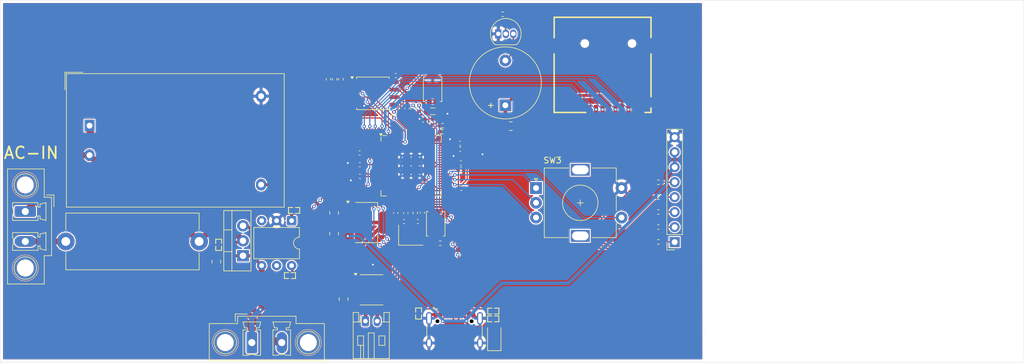
<source format=kicad_pcb>
(kicad_pcb (version 20241229) (generator "pcbnew") (generator_version "9.0")
  (layers (0 "F.Cu" signal) (2 "B.Cu" signal) (13 "F.Paste" user) (15 "B.Paste" user) (5 "F.SilkS" user "F.Silkscreen") (7 "B.SilkS" user "B.Silkscreen") (1 "F.Mask" user) (3 "B.Mask" user) (25 "Edge.Cuts" user))
  (net 0 "")
  (net 1 "GND")
  (net 2 "/01")
  (net 3 "+3V3")
  (net 4 "/XIN")
  (net 5 "+1V1")
  (net 6 "/VREG_AVDD")
  (net 7 "Net-(BZ1--)")
  (net 8 "Net-(C13-Pad1)")
  (net 9 "VBUS")
  (net 10 "Net-(D1-A)")
  (net 11 "Net-(J5-Pin_1)")
  (net 12 "Net-(C22-Pad1)")
  (net 13 "/USB_D-")
  (net 14 "/USB_D+")
  (net 15 "AC")
  (net 16 "Net-(J9-Pin_2)")
  (net 17 "/VREG_LX")
  (net 18 "/FLASH_SS")
  (net 19 "/XOUT")
  (net 20 "Net-(J2-Pin_2)")
  (net 21 "/QSPI_SS")
  (net 22 "/~{USB_BOOT}")
  (net 23 "Net-(J2-Pin_1)")
  (net 24 "Net-(J4-Pin_4)")
  (net 25 "/GPIO0")
  (net 26 "Net-(J4-Pin_2)")
  (net 27 "/RUN")
  (net 28 "Net-(J4-Pin_1)")
  (net 29 "Net-(J4-Pin_5)")
  (net 30 "/QSPI_SD1")
  (net 31 "Net-(J4-Pin_3)")
  (net 32 "NEUT")
  (net 33 "Net-(Q1-B)")
  (net 34 "/QSPI_SCLK")
  (net 35 "Net-(Q2-G)")
  (net 36 "Net-(R1-Pad1)")
  (net 37 "/GPIO20")
  (net 38 "Net-(U1-USB_DP)")
  (net 39 "/GPIO23")
  (net 40 "/GPIO18")
  (net 41 "Net-(U1-USB_DM)")
  (net 42 "Net-(R14-Pad2)")
  (net 43 "Net-(R15-Pad1)")
  (net 44 "/QSPI_SD2")
  (net 48 "/GPIO27")
  (net 49 "/GPIO16")
  (net 50 "/GPIO26")
  (net 51 "/QSPI_SD3")
  (net 52 "/GPIO22")
  (net 53 "/GPIO19")
  (net 54 "/GPIO17")
  (net 55 "/GPIO25")
  (net 56 "/QSPI_SD0")
  (net 57 "/GPIO21")
  (net 58 "/05")
  (net 59 "/aSCL")
  (net 62 "Net-(J1-CC2)")
  (net 63 "Net-(J1-CC1)")
  (net 64 "/aSDA")
  (net 65 "/GPIO13")
  (net 66 "/GPIO10")
  (net 67 "/GPIO11")
  (net 68 "/GPIO12")
  (net 72 "/GPIO44_ADC4")
  (net 73 "/GPIO45_ADC5")
  (net 74 "/GPIO8")
  (net 75 "/GPIO43_ADC3")
  (net 76 "/GPIO14")
  (net 77 "/04")
  (net 78 "/GPIO36")
  (net 79 "/GPIO46_ADC6")
  (net 80 "/03")
  (net 81 "/GPIO41_ADC1")
  (net 82 "/02")
  (net 83 "/GPIO47_ADC7")
  (net 84 "/GPIO35")
  (net 85 "/GPIO42_ADC2")
  (net 86 "/GPIO7")
  (net 87 "/GPIO5")
  (net 88 "/GPIO38")
  (net 89 "/GPIO2")
  (net 90 "/GPIO3")
  (net 91 "/GPIO4 ")
  (net 92 "/GPIO6")
  (net 93 "/GPIO24")
  (net 94 "/GPIO9")
  (net 95 "/GPIO1")
  (net 96 "/GPIO40_ADC0")
  (net 97 "/GPIO15")
  (net 98 "/GPIO37")
  (net 99 "/SWD")
  (net 100 "/SWCLK")
  (net 101 "/GPIO39")
  (footprint "Capacitor_SMD:C_0402_1005Metric" (layer "F.Cu") (at 127.525 91.4751)
    (property "Reference" "C7" (hide yes))
    (property "Value" "100n" (hide yes))
  )
  (footprint "Capacitor_SMD:C_0402_1005Metric" (layer "F.Cu") (at 118.135 95.6801 -90)
    (property "Reference" "C16" (hide yes))
    (property "Value" "100n" (hide yes))
  )
  (footprint "SDCARD:TF-SMD_TF-115" (layer "F.Cu") (at 151.5249 72.7501 180)
    (property "Reference" "Card1" (hide yes))
    (property "Value" "TF-115" (hide yes))
  )
  (footprint "Package_TO_SOT_THT:TO-220-3_Vertical" (layer "F.Cu") (at 90.5336 102.9251 90)
    (property "Reference" "Q2" (hide yes))
    (property "Value" "BTA16-600B" (hide yes))
  )
  (footprint "Capacitor_SMD:C_0402_1005Metric" (layer "F.Cu") (at 110.295 85.5001 180)
    (property "Reference" "C10" (hide yes))
    (property "Value" "100n" (hide yes))
  )
  (footprint "0402:R0402" (layer "F.Cu") (at 132.9578 112.3001)
    (property "Reference" "R5" (hide yes))
    (property "Value" "RC0402FR-075K1L (5.1kΩ)" (hide yes))
  )
  (footprint "Connector_PinSocket_2.54mm:PinSocket_1x08_P2.54mm_Vertical" (layer "F.Cu") (at 163.7 100.6051 180)
    (property "Reference" "J4" (hide yes))
    (property "Value" "Conn_01x08_Pin (TFT Connector)" (hide yes))
  )
  (footprint "Resistor_SMD:R_0402_1005Metric" (layer "F.Cu") (at 124.37 80.8751 180)
    (property "Reference" "R2" (hide yes))
    (property "Value" "33" (hide yes))
  )
  (footprint "Resistor_SMD:R_0402_1005Metric" (layer "F.Cu") (at 134.55 62.0001 180)
    (property "Reference" "R13" (hide yes))
    (property "Value" "1k" (hide yes))
  )
  (footprint "Capacitor_SMD:C_0805_2012Metric" (layer "F.Cu") (at 105.975 99.1751 90)
    (property "Reference" "C14" (hide yes))
    (property "Value" "10u" (hide yes))
  )
  (footprint "Package_DIP:DIP-6_W7.62mm" (layer "F.Cu") (at 98.7736 96.9701 -90)
    (property "Reference" "U4" (hide yes))
    (property "Value" "MOC3021M" (hide yes))
  )
  (footprint "Capacitor_SMD:C_0402_1005Metric" (layer "F.Cu") (at 118.35 77.9551 90)
    (property "Reference" "C8" (hide yes))
    (property "Value" "100n" (hide yes))
  )
  (footprint "Resistor_SMD:R_0402_1005Metric" (layer "F.Cu") (at 123.965 100.8001)
    (property "Reference" "R1" (hide yes))
    (property "Value" "1k" (hide yes))
  )
  (footprint "Resistor_SMD:R_0402_1005Metric" (layer "F.Cu") (at 116.135 79.0601 90)
    (property "Reference" "R3" (hide yes))
    (property "Value" "1k" (hide yes))
  )
  (footprint "Fuse:Fuseholder_Cylinder-5x20mm_Stelvio-Kontek_PTF78_Horizontal_Open" (layer "F.Cu") (at 83.1 100.5001 180)
    (property "Reference" "F1" (hide yes))
    (property "Value" "Fuse" (hide yes))
  )
  (footprint "Package_TO_SOT_SMD:SOT-223-3_TabPin2" (layer "F.Cu") (at 111.45 97.3001)
    (property "Reference" "U2" (hide yes))
    (property "Value" "NCP1117-3.3_SOT223" (hide yes))
  )
  (footprint "Connector_JST:JST_PH_S2B-PH-K_1x02_P2.00mm_Horizontal" (layer "F.Cu") (at 111.275 114.0001)
    (property "Reference" "J2" (hide yes))
    (property "Value" "Conn_01x02_Pin (Thermocouple)" (hide yes))
  )
  (footprint "Resistor_SMD:R_0402_1005Metric" (layer "F.Cu") (at 160.94 95.5051)
    (property "Reference" "R19" (hide yes))
    (property "Value" "1k" (hide yes))
  )
  (footprint "Capacitor_SMD:C_0402_1005Metric" (layer "F.Cu") (at 110.345 89.4751 180)
    (property "Reference" "C9" (hide yes))
    (property "Value" "100n" (hide yes))
  )
  (footprint "Resistor_SMD:R_0402_1005Metric" (layer "F.Cu") (at 119.725 95.6601 -90)
    (property "Reference" "R12" (hide yes))
    (property "Value" "1k" (hide yes))
  )
  (footprint "Inductor_SMD:L_0805_2012Metric" (layer "F.Cu") (at 122.7125 78.4351)
    (property "Reference" "L1" (hide yes))
    (property "Value" "3.3u" (hide yes))
  )
  (footprint "Buzzer_Beeper:Buzzer_12x9.5RM7.6" (layer "F.Cu") (at 135 77.4251 90)
    (property "Reference" "BZ1" (hide yes))
    (property "Value" "Buzzer" (hide yes))
  )
  (footprint "Connector_Phoenix_MC_HighVoltage:PhoenixContact_MCV_1,5_2-GF-5.08_1x02_P5.08mm_Vertical_ThreadedFlange_MountHole" (layer "F.Cu") (at 92.03 117.6376)
    (property "Reference" "J5" (hide yes))
    (property "Value" "Conn_01x02_Pin (Hot Plate Output)" (hide yes))
  )
  (footprint "Capacitor_SMD:C_0402_1005Metric" (layer "F.Cu") (at 110.345 87.4751 180)
    (property "Reference" "C3" (hide yes))
    (property "Value" "100n" (hide yes))
  )
  (footprint "Capacitor_SMD:C_0402_1005Metric" (layer "F.Cu") (at 117.805 97.1251 180)
    (property "Reference" "C12" (hide yes))
    (property "Value" "15p" (hide yes))
  )
  (footprint "Package_SO:SOIC-8_3.9x4.9mm_P1.27mm" (layer "F.Cu") (at 112.325 108.7001)
    (property "Reference" "U5" (hide yes))
    (property "Value" "MAX31855EASA" (hide yes))
  )
  (footprint "0402:R0402" (layer "F.Cu") (at 132.9476 113.6119)
    (property "Reference" "R6" (hide yes))
    (property "Value" "RC0402FR-13220RL (220Ω)" (hide yes))
  )
  (footprint "Capacitor_SMD:C_0805_2012Metric" (layer "F.Cu") (at 107.575 110.2751 90)
    (property "Reference" "C23" (hide yes))
    (property "Value" "100nF" (hide yes))
  )
  (footprint "0402:R0402" (layer "F.Cu") (at 86.4086 101.0673 -90)
    (property "Reference" "R16" (hide yes))
    (property "Value" "100Ω" (hide yes))
  )
  (footprint "Resistor_SMD:R_0402_1005Metric" (layer "F.Cu") (at 120.375 77.9351 -90)
    (property "Reference" "R8" (hide yes))
    (property "Value" "27" (hide yes))
  )
  (footprint "Resistor_SMD:R_0402_1005Metric" (layer "F.Cu") (at 107.1225 73.0051 90)
    (property "Reference" "R10" (hide yes))
    (property "Value" "0" (hide yes))
  )
  (footprint "Resistor_SMD:R_0402_1005Metric" (layer "F.Cu") (at 105.0225 73.0101 -90)
    (property "Reference" "R11" (hide yes))
    (property "Value" "DNF" (hide yes))
  )
  (footprint "Resistor_SMD:R_0402_1005Metric" (layer "F.Cu") (at 119.375 77.9401 -90)
    (property "Reference" "R7" (hide yes))
    (property "Value" "27" (hide yes))
  )
  (footprint "Capacitor_SMD:C_0805_2012Metric" (layer "F.Cu") (at 135.925 80.9501)
    (property "Reference" "C21" (hide yes))
    (property "Value" "10u" (hide yes))
  )
  (footprint "Rotary_Encoder:RotaryEncoder_Alps_EC11E-Switch_Vertical_H20mm" (layer "F.Cu") (at 140.2 91.45)
    (property "Reference" "SW3")
    (property "Value" "RotaryEncoder_Switch")
  )
  (footprint "Button_Switch_SMD:SW_Push_SPST_NO_Alps_SKRK" (layer "F.Cu") (at 122.675 74.7101 90)
    (property "Reference" "SW1" (hide yes))
    (property "Value" "SKRKAGE020" (hide yes))
  )
  (footprint "Capacitor_SMD:C_0402_1005Metric" (layer "F.Cu") (at 127.35 84.8501)
    (property "Reference" "C15" (hide yes))
    (property "Value" "100n" (hide yes))
  )
  (footprint "0402:R0402" (layer "F.Cu") (at 98.4958 106.2876 180)
    (property "Reference" "R15" (hide yes))
    (property "Value" "330Ω" (hide yes))
  )
  (footprint "Crystal:Crystal_SMD_3225-4Pin_3.2x2.5mm" (layer "F.Cu") (at 118.975 99.4251)
    (property "Reference" "Y1" (hide yes))
    (property "Value" "ABM8-272-T3" (hide yes))
  )
  (footprint "0402:R0402" (layer "F.Cu") (at 99.1958 95.2376 180)
    (property "Reference" "R14" (hide yes))
    (property "Value" "330Ω" (hide yes))
  )
  (footprint "Capacitor_SMD:C_0805_2012Metric" (layer "F.Cu") (at 86.0164 103.9251 -90)
    (property "Reference" "C22" (hide yes))
    (property "Value" "100nF" (hide yes))
  )
  (footprint "Capacitor_SMD:C_0402_1005Metric" (layer "F.Cu") (at 121.425 80.2701 90)
    (property "Reference" "C2" (hide yes))
    (property "Value" "4.7u" (hide yes))
  )
  (footprint "LED_SMD:LED_1206_3216Metric" (layer "F.Cu") (at 133.125 116.7251 90)
    (property "Reference" "D1" (hide yes))
    (property "Value" "LTST-C150RKT" (hide yes))
  )
  (footprint "Capacitor_SMD:C_0402_1005Metric" (layer "F.Cu") (at 127.35 83.8751)
    (property "Reference" "C19" (hide yes))
    (property "Value" "100n" (hide yes))
  )
  (footprint "Package_TO_SOT_THT:TO-92_Inline" (layer "F.Cu") (at 133.805 65.3101)
    (property "Reference" "Q1" (hide yes))
    (property "Value" "2N3904" (hide yes))
  )
  (footprint "Capacitor_SMD:C_0402_1005Metric" (layer "F.Cu") (at 120.155 97.1251)
    (property "Reference" "C13" (hide yes))
    (property "Value" "15p" (hide yes))
  )
  (footprint "Converter_ACDC:Converter_ACDC_Hi-Link_HLK-PMxx" (layer "F.Cu") (at 64.525 80.8751)
    (property "Reference" "PS1" (hide yes))
    (property "Value" "HLK-PM01" (hide yes))
  )
  (footprint "Resistor_SMD:R_0402_1005Metric" (layer "F.Cu") (at 160.94 98.0551)
    (property "Reference" "R18" (hide yes))
    (property "Value" "1k" (hide yes))
  )
  (footprint "Capacitor_SMD:C_0402_1005Metric" (layer "F.Cu") (at 127.475 87.2001)
    (property "Reference" "C6" (hide yes))
    (property "Value" "100n" (hide yes))
  )
  (footprint "Capacitor_SMD:C_0402_1005Metric" (layer "F.Cu") (at 116.4275 72.3951)
    (property "Reference" "C20" (hide yes))
    (property "Value" "100n" (hide yes))
  )
  (footprint "Capacitor_SMD:C_0402_1005Metric" (layer "F.Cu") (at 120.925 95.6301 -90)
    (property "Reference" "C5" (hide yes))
    (property "Value" "4.7u" (hide yes))
  )
  (footprint "Capacitor_SMD:C_0402_1005Metric" (layer "F.Cu") (at 127.475 88.2501)
    (property "Reference" "C17" (hide yes))
    (property "Value" "100n" (hide yes))
  )
  (footprint "Resistor_SMD:R_0402_1005Metric" (layer "F.Cu") (at 160.96 92.9801)
    (property "Reference" "R20" (hide yes))
    (property "Value" "1k" (hide yes))
  )
  (footprint "Connector_USB:USB_C_Receptacle_HCTL_HC-TYPE-C-16P-01A" (layer "F.Cu") (at 126.385 116.6301)
    (property "Reference" "J1" (hide yes))
    (property "Value" "USB_C_Receptacle_USB2.0_16P" (hide yes))
  )
  (footprint "0402:R0402" (layer "F.Cu") (at 120.3 112.7079 -90)
    (property "Reference" "R4" (hide yes))
    (property "Value" "RC0402FR-075K1L (5.1kΩ)" (hide yes))
  )
  (footprint "Package_DFN_QFN:QFN-80-1EP_10x10mm_P0.4mm_EP3.4x3.4mm_ThermalVias" (layer "F.Cu") (at 119.025 87.6751)
    (property "Reference" "U1" (hide yes))
    (property "Value" "RP2350_80QFN" (hide yes))
  )
  (footprint "Connector_Phoenix_MC_HighVoltage:PhoenixContact_MCV_1,5_2-GF-5.08_1x02_P5.08mm_Vertical_ThreadedFlange_MountHole" (layer "F.Cu") (at 53.6375 95.4201 -90)
    (property "Reference" "J9" (hide yes))
    (property "Value" "Conn_01x02_Pin (AC Input)" (hide yes))
  )
  (footprint "Button_Switch_SMD:SW_Push_SPST_NO_Alps_SKRK" (layer "F.Cu") (at 123.2 97.5001 90)
    (property "Reference" "SW2" (hide yes))
    (property "Value" "SKRKAGE020" (hide yes))
  )
  (footprint "Capacitor_SMD:C_0805_2012Metric" (layer "F.Cu") (at 105.975 95.6501 90)
    (property "Reference" "C18" (hide yes))
    (property "Value" "10u" (hide yes))
  )
  (footprint "Package_SO:SOIC-8_5.3x5.3mm_P1.27mm" (layer "F.Cu") (at 112.56 75.4001)
    (property "Reference" "U3" (hide yes))
    (property "Value" "W25Q128JVS" (hide yes))
  )
  (footprint "Capacitor_SMD:C_0402_1005Metric" (layer "F.Cu") (at 116.425 95.6751 -90)
    (property "Reference" "C11" (hide yes))
    (property "Value" "100n" (hide yes))
  )
  (footprint "Capacitor_SMD:C_0402_1005Metric" (layer "F.Cu") (at 122.66 80.2701 90)
    (property "Reference" "C1" (hide yes))
    (property "Value" "4.7u" (hide yes))
  )
  (footprint "Resistor_SMD:R_0402_1005Metric" (layer "F.Cu") (at 160.94 100.5801)
    (property "Reference" "R17" (hide yes))
    (property "Value" "1k" (hide yes))
  )
  (footprint "Resistor_SMD:R_0402_1005Metric" (layer "F.Cu") (at 106.0725 73.0101 90)
    (property "Reference" "R9" (hide yes))
    (property "Value" "DNF" (hide yes))
  )
  (footprint "Capacitor_SMD:C_0402_1005Metric" (layer "F.Cu") (at 124.34 81.9001)
    (property "Reference" "C4" (hide yes))
    (property "Value" "4.7u" (hide yes))
  )
  (footprint "Resistor_SMD:R_0402_1005Metric" (layer "F.Cu") (at 160.94 90.4551)
    (property "Reference" "R21" (hide yes))
    (property "Value" "1k" (hide yes))
  )
  (gr_rect (start 49.375 59.6) (end 222.9 120.975) (stroke (width 0.05)) (fill no) (layer "Edge.Cuts"))
  (gr_text "AC-IN" (at 49.825 86.65 0) (layer "F.SilkS") (effects (font (size 2 2) (thickness 0.3)) (justify left bottom)))
  (segment (start 127.955 87.2001) (end 126.7799 86.025) (width 0.2) (layer "F.Cu") (net 1))
  (segment (start 124.025 83.45) (end 124.82 82.655) (width 0.2) (layer "F.Cu") (net 1))
  (segment (start 125.2 79.325) (end 124.851 79.674) (width 0.2) (layer "F.Cu") (net 1))
  (segment (start 130.705 113.5251) (end 130.225 113.5251) (width 0.4) (layer "F.Cu") (net 1))
  (segment (start 124.82 82.655) (end 124.82 81.9001) (width 0.2) (layer "F.Cu") (net 1))
  (segment (start 120.635 97.1251) (end 120.635 97.0801) (width 0.2) (layer "F.Cu") (net 1))
  (segment (start 122.7761 79.674) (end 122.66 79.7901) (width 0.2) (layer "F.Cu") (net 1))
  (segment (start 122.5509 83.45) (end 124.025 83.45) (width 0.2) (layer "F.Cu") (net 1))
  (segment (start 125.2 78.85) (end 125.2 79.325) (width 0.2) (layer "F.Cu") (net 1))
  (segment (start 126.7799 86.025) (end 126.225 86.025) (width 0.2) (layer "F.Cu") (net 1))
  (segment (start 122.425 83.3241) (end 122.5509 83.45) (width 0.2) (layer "F.Cu") (net 1))
  (segment (start 124.851 79.674) (end 122.7761 79.674) (width 0.2) (layer "F.Cu") (net 1))
  (segment (start 130.225 113.5251) (end 129.585 112.8851) (width 0.4) (layer "F.Cu") (net 1))
  (segment (start 122.425 82.7251) (end 122.425 83.3241) (width 0.2) (layer "F.Cu") (net 1))
  (via (at 111.075 77.5) (size 0.6) (drill 0.3) (layers "F.Cu" "B.Cu") (net 1))
  (via (at 112.55 104.425) (size 0.6) (drill 0.3) (layers "F.Cu" "B.Cu") (net 1))
  (via (at 108.825 90.15) (size 0.6) (drill 0.3) (layers "F.Cu" "B.Cu") (net 1))
  (via (at 108.3 87.2) (size 0.6) (drill 0.3) (layers "F.Cu" "B.Cu") (net 1))
  (via (at 125.2 78.85) (size 0.6) (drill 0.3) (layers "F.Cu" "B.Cu") (net 1))
  (via (at 125.625 83.175) (size 0.6) (drill 0.3) (layers "F.Cu" "B.Cu") (net 1))
  (via (at 120.45 79.725) (size 0.6) (drill 0.3) (layers "F.Cu" "B.Cu") (net 1))
  (via (at 126.225 86.025) (size 0.6) (drill 0.3) (layers "F.Cu" "B.Cu") (net 1))
  (via (at 131.125 85.725) (size 0.6) (drill 0.3) (layers "F.Cu" "B.Cu") (net 1))
  (segment (start 130.3419 97.75) (end 150.239892 97.75) (width 0.2) (layer "F.Cu") (net 2))
  (segment (start 121.225 92.0739) (end 121.4228 91.8761) (width 0.2) (layer "F.Cu") (net 2))
  (segment (start 121.4228 91.8761) (end 124.468 91.8761) (width 0.2) (layer "F.Cu") (net 2))
  (segment (start 124.468 91.8761) (end 130.3419 97.75) (width 0.2) (layer "F.Cu") (net 2))
  (segment (start 150.239892 97.75) (end 157.534792 90.4551) (width 0.2) (layer "F.Cu") (net 2))
  (segment (start 157.534792 90.4551) (end 160.43 90.4551) (width 0.2) (layer "F.Cu") (net 2))
  (segment (start 121.225 92.6251) (end 121.225 92.0739) (width 0.2) (layer "F.Cu") (net 2))
  (segment (start 113.485 85.4751) (end 113.46 85.5001) (width 0.2) (layer "F.Cu") (net 3))
  (segment (start 115.9475 73.2951) (end 116.1475 73.4951) (width 0.2) (layer "F.Cu") (net 3))
  (segment (start 116.825 83.220874) (end 115.710437 84.335437) (width 0.2) (layer "F.Cu") (net 3))
  (segment (start 122.66 80.7501) (end 122.485 80.7501) (width 0.2) (layer "F.Cu") (net 3))
  (segment (start 108.855 110.6051) (end 107.575 109.3251) (width 0.6) (layer "F.Cu") (net 3))
  (segment (start 126.295 84.2751) (end 126.87 84.8501) (width 0.2) (layer "F.Cu") (net 3))
  (segment (start 126.87 82.8651) (end 124.88 80.8751) (width 0.2) (layer "F.Cu") (net 3))
  (segment (start 115.710437 84.335437) (end 114.571774 85.4741) (width 0.2) (layer "F.Cu") (net 3))
  (segment (start 124.86 88.2501) (end 126.995 88.2501) (width 0.2) (layer "F.Cu") (net 3))
  (segment (start 104.4015 79.1266) (end 110.775 85.5001) (width 0.2) (layer "F.Cu") (net 3))
  (segment (start 123.975 84.2751) (end 126.295 84.2751) (width 0.2) (layer "F.Cu") (net 3))
  (segment (start 109.85 110.6051) (end 108.855 110.6051) (width 0.6) (layer "F.Cu") (net 3))
  (segment (start 120.025 83.15) (end 120.025 82.7251) (width 0.2) (layer "F.Cu") (net 3))
  (segment (start 123.975 83.8751) (end 126.87 83.8751) (width 0.2) (layer "F.Cu") (net 3))
  (segment (start 126.87 83.8751) (end 126.87 82.8651) (width 0.2) (layer "F.Cu") (net 3))
  (segment (start 119.925 90.625) (end 122.5499 90.625) (width 0.2) (layer "F.Cu") (net 3))
  (segment (start 123.4 91.4751) (end 123.975 91.4751) (width 0.2) (layer "F.Cu") (net 3))
  (segment (start 105.0225 72.5001) (end 105.5985 71.9241) (width 0.2) (layer "F.Cu") (net 3))
  (segment (start 110.825 91.85) (end 110.825 94.7751) (width 0.2) (layer "F.Cu") (net 3))
  (segment (start 128.536 89.9841) (end 127.045 91.4751) (width 0.2) (layer "F.Cu") (net 3))
  (segment (start 110.825 94.7751) (end 108.3 97.3001) (width 0.2) (layer "F.Cu") (net 3))
  (segment (start 121.625 82.7251) (end 121.625 81.6101) (width 0.2) (layer "F.Cu") (net 3))
  (segment (start 104.4015 73.1211) (end 104.4015 79.1266) (width 0.2) (layer "F.Cu") (net 3))
  (segment (start 121.625 82.7251) (end 121.625 83.3501) (width 0.2) (layer "F.Cu") (net 3))
  (segment (start 120.025 82.7251) (end 119.625 82.7251) (width 0.2) (layer "F.Cu") (net 3))
  (segment (start 112.075 86.8251) (end 112.025 86.8751) (width 0.2) (layer "F.Cu") (net 3))
  (segment (start 123.975 87.8751) (end 124.485 87.8751) (width 0.2) (layer "F.Cu") (net 3))
  (segment (start 127.045 88.3001) (end 126.995 88.2501) (width 0.2) (layer "F.Cu") (net 3))
  (segment (start 115.4765 71.9241) (end 115.9475 72.3951) (width 0.2) (layer "F.Cu") (net 3))
  (segment (start 105.5985 71.9241) (end 115.4765 71.9241) (width 0.2) (layer "F.Cu") (net 3))
  (segment (start 118.35 79.7072) (end 118.35 78.4351) (width 0.2) (layer "F.Cu") (net 3))
  (segment (start 115.9475 72.3951) (end 115.9475 73.2951) (width 0.2) (layer "F.Cu") (net 3))
  (segment (start 114.571774 85.4741) (end 114.475 85.4741) (width 0.2) (layer "F.Cu") (net 3))
  (segment (start 116.425 95.1951) (end 118.13 95.1951) (width 0.2) (layer "F.Cu") (net 3))
  (segment (start 119.626 80.9832) (end 118.35 79.7072) (width 0.2) (layer "F.Cu") (net 3))
  (segment (start 112.075 85.5001) (end 110.775 85.5001) (width 0.2) (layer "F.Cu") (net 3))
  (segment (start 118.425 92.127326) (end 119.077226 91.4751) (width 0.2) (layer "F.Cu") (net 3))
  (segment (start 152.5749 78.1501) (end 152.5749 77.1501) (width 0.5) (layer "F.Cu") (net 3))
  (segment (start 107.6 96.6001) (end 105.975 96.6001) (width 0.6) (layer "F.Cu") (net 3))
  (segment (start 112.075 85.5001) (end 112.075 86.8251) (width 0.2) (layer "F.Cu") (net 3))
  (segment (start 105.0225 72.5001) (end 104.4015 73.1211) (width 0.2) (layer "F.Cu") (net 3))
  (segment (start 118.839563 84.335437) (end 120.025 83.15) (width 0.2) (layer "F.Cu") (net 3))
  (segment (start 135 77.4251) (end 135 80.9251) (width 0.6) (layer "F.Cu") (net 3))
  (segment (start 113.46 85.5001) (end 112.075 85.5001) (width 0.2) (layer "F.Cu") (net 3))
  (segment (start 107.575 104.3251) (end 114.6 97.3001) (width 0.6) (layer "F.Cu") (net 3))
  (segment (start 114.075 89.4751) (end 114.7251 89.4751) (width 0.2) (layer "F.Cu") (net 3))
  (segment (start 123.975 91.4751) (end 127.045 91.4751) (width 0.2) (layer "F.Cu") (net 3))
  (segment (start 119.626 81.0011) (end 119.626 80.9832) (width 0.2) (layer "F.Cu") (net 3))
  (segment (start 128.536 86.5161) (end 128.536 89.9841) (width 0.2) (layer "F.Cu") (net 3))
  (segment (start 119.077226 91.472774) (end 119.925 90.625) (width 0.2) (layer "F.Cu") (net 3))
  (segment (start 118.425 92.6251) (end 118.425 92.127326) (width 0.2) (layer "F.Cu") (net 3))
  (segment (start 116.425 91.175) (end 116.425 92.6251) (width 0.2) (layer "F.Cu") (net 3))
  (segment (start 152.5749 77.1501) (end 151.1738 75.749) (width 0.5) (layer "F.Cu") (net 3))
  (segment (start 116.825 82.7251) (end 116.825 83.220874) (width 0.2) (layer "F.Cu") (net 3))
  (segment (start 129.795 80.9501) (end 134.975 80.9501) (width 0.2) (layer "F.Cu") (net 3))
  (segment (start 122.485 80.7501) (end 121.625 81.6101) (width 0.2) (layer "F.Cu") (net 3))
  (segment (start 110.825 89.4751) (end 110.825 91.85) (width 0.2) (layer "F.Cu") (net 3))
  (segment (start 114.075 89.4751) (end 110.825 89.4751) (width 0.2) (layer "F.Cu") (net 3))
  (segment (start 114.7251 89.4751) (end 116.425 91.175) (width 0.2) (layer "F.Cu") (net 3))
  (segment (start 114.6 97.3001) (end 108.3 97.3001) (width 0.6) (layer "F.Cu") (net 3))
  (segment (start 122.15 83.8751) (end 123.975 83.8751) (width 0.2) (layer "F.Cu") (net 3))
  (segment (start 111.75 90.775) (end 110.825 91.7) (width 0.2) (layer "F.Cu") (net 3))
  (segment (start 115.710437 84.335437) (end 118.839563 84.335437) (width 0.2) (layer "F.Cu") (net 3))
  (segment (start 114.6 97.3001) (end 114.6 97.0201) (width 0.2) (layer "F.Cu") (net 3))
  (segment (start 136.6761 75.749) (end 135 77.4251) (width 0.5) (layer "F.Cu") (net 3))
  (segment (start 116.425 92.6251) (end 116.425 95.1951) (width 0.2) (layer "F.Cu") (net 3))
  (segment (start 118.425 92.6251) (end 118.425 94.9101) (width 0.2) (layer "F.Cu") (net 3))
  (segment (start 114.075 85.4751) (end 113.485 85.4751) (width 0.2) (layer "F.Cu") (net 3))
  (segment (start 107.575 109.3251) (end 107.575 104.3251) (width 0.6) (layer "F.Cu") (net 3))
  (segment (start 126.87 84.8501) (end 128.536 86.5161) (width 0.2) (layer "F.Cu") (net 3))
  (segment (start 151.1738 75.749) (end 136.6761 75.749) (width 0.5) (layer "F.Cu") (net 3))
  (segment (start 110.825 91.7) (end 110.825 91.85) (width 0.2) (layer "F.Cu") (net 3))
  (segment (start 119.077226 91.4751) (end 119.077226 91.472774) (width 0.2) (layer "F.Cu") (net 3))
  (segment (start 122.5499 90.625) (end 123.4 91.4751) (width 0.2) (layer "F.Cu") (net 3))
  (segment (start 127.045 91.4751) (end 127.045 88.3001) (width 0.2) (layer "F.Cu") (net 3))
  (segment (start 135 80.9251) (end 134.975 80.9501) (width 0.6) (layer "F.Cu") (net 3))
  (segment (start 126.87 83.8751) (end 129.795 80.9501) (width 0.2) (layer "F.Cu") (net 3))
  (segment (start 121.625 83.3501) (end 122.15 83.8751) (width 0.2) (layer "F.Cu") (net 3))
  (segment (start 120.025 81.4001) (end 119.626 81.0011) (width 0.2) (layer "F.Cu") (net 3))
  (segment (start 118.13 95.1951) (end 118.135 95.2001) (width 0.2) (layer "F.Cu") (net 3))
  (segment (start 114.6 97.0201) (end 116.425 95.1951) (width 0.2) (layer "F.Cu") (net 3))
  (segment (start 118.425 94.9101) (end 118.135 95.2001) (width 0.2) (layer "F.Cu") (net 3))
  (segment (start 108.3 97.3001) (end 107.6 96.6001) (width 0.6) (layer "F.Cu") (net 3))
  (segment (start 124.485 87.8751) (end 124.86 88.2501) (width 0.2) (layer "F.Cu") (net 3))
  (segment (start 123.975 83.8751) (end 123.975 84.2751) (width 0.2) (layer "F.Cu") (net 3))
  (segment (start 120.025 82.7251) (end 120.025 81.4001) (width 0.2) (layer "F.Cu") (net 3))
  (via (at 112.025 86.8751) (size 0.6) (drill 0.3) (layers "F.Cu" "B.Cu") (net 3))
  (via (at 111.75 90.775) (size 0.6) (drill 0.3) (layers "F.Cu" "B.Cu") (net 3))
  (segment (start 112.025 88.0501) (end 112.025 86.8751) (width 0.2) (layer "B.Cu") (net 3))
  (segment (start 111.75 88.3251) (end 112.025 88.0501) (width 0.2) (layer "B.Cu") (net 3))
  (segment (start 111.75 90.775) (end 111.75 88.3251) (width 0.2) (layer "B.Cu") (net 3))
  (segment (start 118.825 92.6251) (end 118.825 96.5851) (width 0.2) (layer "F.Cu") (net 4))
  (segment (start 117.875 100.2751) (end 118.876 99.2741) (width 0.2) (layer "F.Cu") (net 4))
  (segment (start 118.825 96.5851) (end 118.285 97.1251) (width 0.2) (layer "F.Cu") (net 4))
  (segment (start 118.876 97.7161) (end 118.285 97.1251) (width 0.2) (layer "F.Cu") (net 4))
  (segment (start 118.876 99.2741) (end 118.876 97.7161) (width 0.2) (layer "F.Cu") (net 4))
  (segment (start 121.225 85.222874) (end 123.478226 87.4761) (width 0.2) (layer "F.Cu") (net 5))
  (segment (start 122 88.952326) (end 123.477226 87.4751) (width 0.2) (layer "F.Cu") (net 5))
  (segment (start 119.625 92.075) (end 120.4 91.3) (width 0.2) (layer "F.Cu") (net 5))
  (segment (start 121.65 78.4351) (end 122.036 78.8211) (width 0.2) (layer "F.Cu") (net 5))
  (segment (start 119.625 92.6251) (end 119.625 93.2901) (width 0.2) (layer "F.Cu") (net 5))
  (segment (start 114.075 87.4751) (end 110.825 87.4751) (width 0.2) (layer "F.Cu") (net 5))
  (segment (start 116.827126 85.222874) (end 121.225 85.222874) (width 0.2) (layer "F.Cu") (net 5))
  (segment (start 121.225 82.7251) (end 121.225 80.7651) (width 0.2) (layer "F.Cu") (net 5))
  (segment (start 122.036 78.8211) (end 122.036 80.1391) (width 0.2) (layer "F.Cu") (net 5))
  (segment (start 123.975 87.4751) (end 123.479226 87.4751) (width 0.2) (layer "F.Cu") (net 5))
  (segment (start 123.975 87.4751) (end 124.485 87.4751) (width 0.2) (layer "F.Cu") (net 5))
  (segment (start 114.5749 87.4751) (end 116.827126 85.222874) (width 0.2) (layer "F.Cu") (net 5))
  (segment (start 114.075 87.4751) (end 114.5749 87.4751) (width 0.2) (layer "F.Cu") (net 5))
  (segment (start 123.479226 87.4751) (end 123.478226 87.4761) (width 0.2) (layer "F.Cu") (net 5))
  (segment (start 124.76 87.2001) (end 126.995 87.2001) (width 0.2) (layer "F.Cu") (net 5))
  (segment (start 120.925 94.5901) (end 120.925 95.1501) (width 0.2) (layer "F.Cu") (net 5))
  (segment (start 122 89.65) (end 122 88.952326) (width 0.2) (layer "F.Cu") (net 5))
  (segment (start 119.625 92.6251) (end 119.625 92.075) (width 0.2) (layer "F.Cu") (net 5))
  (segment (start 119.625 93.2901) (end 120.925 94.5901) (width 0.2) (layer "F.Cu") (net 5))
  (segment (start 122.036 80.1391) (end 121.425 80.7501) (width 0.2) (layer "F.Cu") (net 5))
  (segment (start 121.225 82.7251) (end 121.225 85.222874) (width 0.2) (layer "F.Cu") (net 5))
  (segment (start 124.485 87.4751) (end 124.76 87.2001) (width 0.2) (layer "F.Cu") (net 5))
  (via (at 122 89.65) (size 0.6) (drill 0.3) (layers "F.Cu" "B.Cu") (net 5))
  (via (at 120.4 91.3) (size 0.6) (drill 0.3) (layers "F.Cu" "B.Cu") (net 5))
  (segment (start 120.4 91.3) (end 122 89.7) (width 0.2) (layer "B.Cu") (net 5))
  (segment (start 122 89.7) (end 122 89.65) (width 0.2) (layer "B.Cu") (net 5))
  (segment (start 122.825 82.7251) (end 123.035 82.7251) (width 0.2) (layer "F.Cu") (net 6))
  (segment (start 123.035 82.7251) (end 123.86 81.9001) (width 0.2) (layer "F.Cu") (net 6))
  (segment (start 123.86 81.9001) (end 123.86 80.8751) (width 0.2) (layer "F.Cu") (net 6))
  (segment (start 136.345 65.3101) (end 136.345 68.4801) (width 0.2) (layer "F.Cu") (net 7))
  (segment (start 136.345 68.4801) (end 135 69.8251) (width 0.2) (layer "F.Cu") (net 7))
  (segment (start 119.675 96.2201) (end 119.725 96.1701) (width 0.2) (layer "F.Cu") (net 8))
  (segment (start 119.675 97.1251) (end 119.675 96.2201) (width 0.2) (layer "F.Cu") (net 8))
  (segment (start 120.075 98.5751) (end 120.075 97.5251) (width 0.2) (layer "F.Cu") (net 8))
  (segment (start 120.075 97.5251) (end 119.675 97.1251) (width 0.2) (layer "F.Cu") (net 8))
  (segment (start 128.400251 113.87313) (end 128.400251 114.004121) (width 0.3) (layer "F.Cu") (net 9))
  (segment (start 103.775 94.725) (end 99.9251 90.8751) (width 0.5) (layer "F.Cu") (net 9))
  (segment (start 105.975 100.1251) (end 107.775 100.1251) (width 0.5) (layer "F.Cu") (net 9))
  (segment (start 105.975 100.1251) (end 103.775 97.9251) (width 0.5) (layer "F.Cu") (net 9))
  (segment (start 131.1506 114.9761) (end 129.12857 114.9761) (width 0.4) (layer "F.Cu") (net 9))
  (segment (start 99.9251 90.8751) (end 93.605 90.8751) (width 0.5) (layer "F.Cu") (net 9))
  (segment (start 124.369749 113.87313) (end 124.369749 114.004122) (width 0.3) (layer "F.Cu") (net 9))
  (segment (start 129.12857 114.9761) (end 128.400251 114.247781) (width 0.4) (layer "F.Cu") (net 9))
  (segment (start 128.785 113.488381) (end 128.400251 113.87313) (width 0.3) (layer "F.Cu") (net 9))
  (segment (start 123.985 112.8851) (end 123.985 113.488381) (width 0.3) (layer "F.Cu") (net 9))
  (segment (start 107.775 100.1251) (end 108.3 99.6001) (width 0.5) (layer "F.Cu") (net 9))
  (segment (start 128.785 112.8851) (end 128.785 113.488381) (width 0.3) (layer "F.Cu") (net 9))
  (segment (start 103.775 97.9251) (end 103.775 94.725) (width 0.5) (layer "F.Cu") (net 9))
  (segment (start 128.400251 114.247781) (end 128.400251 114.004121) (width 0.4) (layer "F.Cu") (net 9))
  (segment (start 132.5148 113.6119) (end 131.1506 114.9761) (width 0.4) (layer "F.Cu") (net 9))
  (segment (start 123.985 113.488381) (end 124.369749 113.87313) (width 0.3) (layer "F.Cu") (net 9))
  (via (at 124.369749 114.004122) (size 0.6) (drill 0.3) (layers "F.Cu" "B.Cu") (net 9))
  (via (at 128.400251 114.004121) (size 0.6) (drill 0.3) (layers "F.Cu" "B.Cu") (net 9))
  (via (at 108.3 99.6001) (size 0.6) (drill 0.3) (layers "F.Cu" "B.Cu") (net 9))
  (segment (start 163.7 87.9051) (end 163.7 85.3651) (width 0.6) (layer "B.Cu") (net 9))
  (segment (start 108.3 99.6001) (end 110.23814 99.6001) (width 0.5) (layer "B.Cu") (net 9))
  (segment (start 162.349 89.2561) (end 163.7 87.9051) (width 0.6) (layer "B.Cu") (net 9))
  (segment (start 128.400251 114.004121) (end 128.400251 113.599749) (width 0.6) (layer "B.Cu") (net 9))
  (segment (start 124.369749 114.004122) (end 128.40025 114.004122) (width 0.6) (layer "B.Cu") (net 9))
  (segment (start 128.40025 114.004122) (end 128.400251 114.004121) (width 0.6) (layer "B.Cu") (net 9))
  (segment (start 134.425 107.575) (end 145.697735 107.575) (width 0.6) (layer "B.Cu") (net 9))
  (segment (start 124.369749 113.731709) (end 124.369749 114.004122) (width 0.5) (layer "B.Cu") (net 9))
  (segment (start 110.23814 99.6001) (end 124.369749 113.731709) (width 0.5) (layer "B.Cu") (net 9))
  (segment (start 162.349 90.923735) (end 162.349 89.2561) (width 0.6) (layer "B.Cu") (net 9))
  (segment (start 145.697735 107.575) (end 162.349 90.923735) (width 0.6) (layer "B.Cu") (net 9))
  (segment (start 128.400251 113.599749) (end 134.425 107.575) (width 0.6) (layer "B.Cu") (net 9))
  (segment (start 133.3804 113.6119) (end 133.3804 115.0697) (width 0.4) (layer "F.Cu") (net 10))
  (segment (start 133.3804 115.0697) (end 133.125 115.3251) (width 0.4) (layer "F.Cu") (net 10))
  (segment (start 93.6936 111.8315) (end 93.475 112.0501) (width 1) (layer "F.Cu") (net 11))
  (segment (start 90.5336 102.9251) (end 92.0286 102.9251) (width 0.5) (layer "F.Cu") (net 11))
  (segment (start 93.6936 104.5901) (end 93.6936 111.8315) (width 1) (layer "F.Cu") (net 11))
  (segment (start 90.5336 102.9251) (end 87.9664 102.9251) (width 0.5) (layer "F.Cu") (net 11))
  (segment (start 87.9664 102.9251) (end 86.0164 104.8751) (width 0.5) (layer "F.Cu") (net 11))
  (segment (start 92.0286 102.9251) (end 93.6936 104.5901) (width 0.5) (layer "F.Cu") (net 11))
  (via (at 93.475 112.0501) (size 0.6) (drill 0.3) (layers "F.Cu" "B.Cu") (net 11))
  (segment (start 92.03 113.4951) (end 92.03 117.6376) (width 1) (layer "B.Cu") (net 11))
  (segment (start 93.475 112.0501) (end 92.03 113.4951) (width 1) (layer "B.Cu") (net 11))
  (segment (start 86.0164 101.8923) (end 86.4086 101.5001) (width 0.5) (layer "F.Cu") (net 12))
  (segment (start 86.0164 102.9751) (end 86.0164 101.8923) (width 0.5) (layer "F.Cu") (net 12))
  (segment (start 126.42 108.328565) (end 125.9 108.328565) (width 0.2) (layer "F.Cu") (net 13))
  (segment (start 125.635 112.201276) (end 125.902176 111.9341) (width 0.2) (layer "F.Cu") (net 13))
  (segment (start 126.635 112.8851) (end 126.635 111.910099) (width 0.2) (layer "F.Cu") (net 13))
  (segment (start 125.902176 111.9341) (end 126.367824 111.9341) (width 0.2) (layer "F.Cu") (net 13))
  (segment (start 126.324 101.600943) (end 126.724266 101.200677) (width 0.2) (layer "F.Cu") (net 13))
  (segment (start 125.9 107.728565) (end 126.42 107.728565) (width 0.2) (layer "F.Cu") (net 13))
  (segment (start 126.367824 111.9341) (end 126.635 112.201276) (width 0.2) (layer "F.Cu") (net 13))
  (segment (start 126.324 103.539) (end 126.324 101.600943) (width 0.2) (layer "F.Cu") (net 13))
  (segment (start 126.724266 101.200677) (end 126.724266 97.582637) (width 0.2) (layer "F.Cu") (net 13))
  (segment (start 126.66 107.488565) (end 126.66 107.368565) (width 0.2) (layer "F.Cu") (net 13))
  (segment (start 125.799736 96.658107) (end 125.799736 96.375264) (width 0.2) (layer "F.Cu") (net 13))
  (segment (start 125.635 112.8851) (end 125.635 112.201276) (width 0.2) (layer "F.Cu") (net 13))
  (segment (start 126.66 103.875) (end 126.324 103.539) (width 0.2) (layer "F.Cu") (net 13))
  (segment (start 126.635 111.910099) (end 126.66 111.885099) (width 0.2) (layer "F.Cu") (net 13))
  (segment (start 126.66 106.288565) (end 126.66 106.168565) (width 0.2) (layer "F.Cu") (net 13))
  (segment (start 125.66 108.088565) (end 125.66 107.968565) (width 0.2) (layer "F.Cu") (net 13))
  (segment (start 126.42 107.128565) (end 125.9 107.128565) (width 0.2) (layer "F.Cu") (net 13))
  (segment (start 125.66 106.888565) (end 125.66 106.768565) (width 0.2) (layer "F.Cu") (net 13))
  (segment (start 126.724266 97.582637) (end 125.799736 96.658107) (width 0.2) (layer "F.Cu") (net 13))
  (segment (start 126.66 111.885099) (end 126.66 108.568565) (width 0.2) (layer "F.Cu") (net 13))
  (segment (start 126.66 106.168565) (end 126.66 105.538159) (width 0.2) (layer "F.Cu") (net 13))
  (segment (start 125.9 106.528565) (end 126.42 106.528565) (width 0.2) (layer "F.Cu") (net 13))
  (segment (start 126.635 112.201276) (end 126.635 112.8851) (width 0.2) (layer "F.Cu") (net 13))
  (segment (start 126.66 105.538159) (end 126.66 103.875) (width 0.2) (layer "F.Cu") (net 13))
  (via (at 120.375 77.4251) (size 0.6) (drill 0.3) (layers "F.Cu" "B.Cu") (net 13))
  (via (at 125.799736 96.375264) (size 0.6) (drill 0.3) (layers "F.Cu" "B.Cu") (net 13))
  (arc (start 126.66 108.568565) (mid 126.589706 108.398859) (end 126.42 108.328565) (width 0.2) (layer "F.Cu") (net 13))
  (arc (start 125.9 108.328565) (mid 125.730294 108.258271) (end 125.66 108.088565) (width 0.2) (layer "F.Cu") (net 13))
  (arc (start 125.66 107.968565) (mid 125.730294 107.798859) (end 125.9 107.728565) (width 0.2) (layer "F.Cu") (net 13))
  (arc (start 126.42 106.528565) (mid 126.589706 106.458271) (end 126.66 106.288565) (width 0.2) (layer "F.Cu") (net 13))
  (arc (start 125.9 107.128565) (mid 125.730294 107.058271) (end 125.66 106.888565) (width 0.2) (layer "F.Cu") (net 13))
  (arc (start 125.66 106.768565) (mid 125.730294 106.598859) (end 125.9 106.528565) (width 0.2) (layer "F.Cu") (net 13))
  (arc (start 126.66 107.368565) (mid 126.589706 107.198859) (end 126.42 107.128565) (width 0.2) (layer "F.Cu") (net 13))
  (arc (start 126.42 107.728565) (mid 126.589706 107.658271) (end 126.66 107.488565) (width 0.2) (layer "F.Cu") (net 13))
  (segment (start 123.825 81.243703) (end 120.375 77.793703) (width 0.2) (layer "B.Cu") (net 13))
  (segment (start 125.516893 96.375264) (end 123.825 94.683371) (width 0.2) (layer "B.Cu") (net 13))
  (segment (start 125.799736 96.375264) (end 125.516893 96.375264) (width 0.2) (layer "B.Cu") (net 13))
  (segment (start 120.375 77.793703) (end 120.375 77.4251) (width 0.2) (layer "B.Cu") (net 13))
  (segment (start 123.825 94.683371) (end 123.825 81.243703) (width 0.2) (layer "B.Cu") (net 13))
  (segment (start 127.135 113.568924) (end 127.135 112.8851) (width 0.2) (layer "F.Cu") (net 14))
  (segment (start 127.11 111.885099) (end 127.11 103.875) (width 0.2) (layer "F.Cu") (net 14))
  (segment (start 126.274264 100.800736) (end 126.274264 97.769033) (width 0.2) (layer "F.Cu") (net 14))
  (segment (start 126.402176 113.8361) (end 126.867824 113.8361) (width 0.2) (layer "F.Cu") (net 14))
  (segment (start 126.274264 97.769033) (end 125.481537 96.976306) (width 0.2) (layer "F.Cu") (net 14))
  (segment (start 126.075 101) (end 126.274264 100.800736) (width 0.2) (layer "F.Cu") (net 14))
  (segment (start 127.135 112.8851) (end 127.135 111.910099) (width 0.2) (layer "F.Cu") (net 14))
  (segment (start 127.11 102.935) (end 126.925 102.75) (width 0.2) (layer "F.Cu") (net 14))
  (segment (start 125.481537 96.976306) (end 125.198694 96.976306) (width 0.2) (layer "F.Cu") (net 14))
  (segment (start 126.135 113.568924) (end 126.402176 113.8361) (width 0.2) (layer "F.Cu") (net 14))
  (segment (start 126.135 112.8851) (end 126.135 113.568924) (width 0.2) (layer "F.Cu") (net 14))
  (segment (start 127.135 111.910099) (end 127.11 111.885099) (width 0.2) (layer "F.Cu") (net 14))
  (segment (start 127.11 103.875) (end 127.11 102.935) (width 0.2) (layer "F.Cu") (net 14))
  (segment (start 126.867824 113.8361) (end 127.135 113.568924) (width 0.2) (layer "F.Cu") (net 14))
  (via (at 119.375 77.4301) (size 0.6) (drill 0.3) (layers "F.Cu" "B.Cu") (net 14))
  (via (at 125.198694 96.976306) (size 0.6) (drill 0.3) (layers "F.Cu" "B.Cu") (net 14))
  (via (at 126.075 101) (size 0.6) (drill 0.3) (layers "F.Cu" "B.Cu") (net 14))
  (via (at 126.925 102.75) (size 0.6) (drill 0.3) (layers "F.Cu" "B.Cu") (net 14))
  (segment (start 125.198694 96.693463) (end 123.375 94.869769) (width 0.2) (layer "B.Cu") (net 14))
  (segment (start 123.375 94.869769) (end 123.375 81.4301) (width 0.2) (layer "B.Cu") (net 14))
  (segment (start 123.375 81.4301) (end 119.375 77.4301) (width 0.2) (layer "B.Cu") (net 14))
  (segment (start 126.925 101.85) (end 126.075 101) (width 0.2) (layer "B.Cu") (net 14))
  (segment (start 126.925 102.75) (end 126.925 101.85) (width 0.2) (layer "B.Cu") (net 14))
  (segment (start 125.198694 96.976306) (end 125.198694 96.693463) (width 0.2) (layer "B.Cu") (net 14))
  (segment (start 89.2118 99.0633) (end 90.5336 100.3851) (width 1) (layer "F.Cu") (net 15))
  (segment (start 84.725 98.8751) (end 89.0236 98.8751) (width 1) (layer "F.Cu") (net 15))
  (segment (start 89.0236 98.8751) (end 89.2118 99.0633) (width 1) (layer "F.Cu") (net 15))
  (segment (start 83.1 100.5001) (end 84.725 98.8751) (width 1) (layer "F.Cu") (net 15))
  (segment (start 90.2842 100.6345) (end 90.5336 100.3851) (width 0.5) (layer "F.Cu") (net 15))
  (segment (start 64.525 80.8751) (end 64.525 81.9251) (width 1) (layer "F.Cu") (net 15))
  (segment (start 64.525 81.9251) (end 83.1 100.5001) (width 1) (layer "F.Cu") (net 15))
  (segment (start 86.4086 100.6345) (end 90.2842 100.6345) (width 0.5) (layer "F.Cu") (net 15))
  (segment (start 53.6375 100.5001) (end 60.5 100.5001) (width 1) (layer "F.Cu") (net 16))
  (segment (start 126.426 78.974) (end 126.426 78.301) (width 0.2) (layer "F.Cu") (net 17))
  (segment (start 123.285 81.06265) (end 123.285 80.4) (width 0.2) (layer "F.Cu") (net 17))
  (segment (start 123.285 80.4) (end 123.61 80.075) (width 0.2) (layer "F.Cu") (net 17))
  (segment (start 122.56 81.3501) (end 122.99755 81.3501) (width 0.2) (layer "F.Cu") (net 17))
  (segment (start 125.325 80.075) (end 126.426 78.974) (width 0.2) (layer "F.Cu") (net 17))
  (segment (start 126.426 78.301) (end 126.025 77.9) (width 0.2) (layer "F.Cu") (net 17))
  (segment (start 123.61 80.075) (end 125.325 80.075) (width 0.2) (layer "F.Cu") (net 17))
  (segment (start 124.3101 77.9) (end 123.775 78.4351) (width 0.2) (layer "F.Cu") (net 17))
  (segment (start 122.025 81.8851) (end 122.56 81.3501) (width 0.2) (layer "F.Cu") (net 17))
  (segment (start 126.025 77.9) (end 124.3101 77.9) (width 0.2) (layer "F.Cu") (net 17))
  (segment (start 122.025 82.7251) (end 122.025 81.8851) (width 0.2) (layer "F.Cu") (net 17))
  (segment (start 122.99755 81.3501) (end 123.285 81.06265) (width 0.2) (layer "F.Cu") (net 17))
  (segment (start 106.0425 72.5001) (end 105.0225 73.5201) (width 0.2) (layer "F.Cu") (net 18))
  (segment (start 106.0725 72.5001) (end 106.0425 72.5001) (width 0.2) (layer "F.Cu") (net 18))
  (segment (start 107.9775 72.5001) (end 106.0725 72.5001) (width 0.2) (layer "F.Cu") (net 18))
  (segment (start 108.9725 73.4951) (end 107.9775 72.5001) (width 0.2) (layer "F.Cu") (net 18))
  (segment (start 119.725 93.9651) (end 119.725 95.1501) (width 0.2) (layer "F.Cu") (net 19))
  (segment (start 119.225 93.4651) (end 119.725 93.9651) (width 0.2) (layer "F.Cu") (net 19))
  (segment (start 119.225 92.6251) (end 119.225 93.4651) (width 0.2) (layer "F.Cu") (net 19))
  (segment (start 113.275 114.0001) (end 113.275 110.652316) (width 0.6) (layer "F.Cu") (net 20))
  (segment (start 113.275 110.652316) (end 110.687784 108.0651) (width 0.6) (layer "F.Cu") (net 20))
  (segment (start 110.687784 108.0651) (end 109.85 108.0651) (width 0.6) (layer "F.Cu") (net 20))
  (segment (start 116.135 79.5101) (end 116.135 79.5501) (width 0.2) (layer "F.Cu") (net 21))
  (segment (start 117.225 82.7251) (end 117.225 83.2251) (width 0.2) (layer "F.Cu") (net 21))
  (segment (start 110.744995 74.120095) (end 116.135 79.5101) (width 0.2) (layer "F.Cu") (net 21))
  (segment (start 117.625 83.6251) (end 118.004905 83.6251) (width 0.2) (layer "F.Cu") (net 21))
  (segment (start 117.225 83.2251) (end 117.625 83.6251) (width 0.2) (layer "F.Cu") (net 21))
  (segment (start 107.727495 74.120095) (end 110.744995 74.120095) (width 0.2) (layer "F.Cu") (net 21))
  (segment (start 107.1225 73.5151) (end 107.727495 74.120095) (width 0.2) (layer "F.Cu") (net 21))
  (via (at 118.004905 83.6251) (size 0.6) (drill 0.3) (layers "F.Cu" "B.Cu") (net 21))
  (via (at 116.135 79.5501) (size 0.6) (drill 0.3) (layers "F.Cu" "B.Cu") (net 21))
  (segment (start 118.004905 81.420005) (end 116.135 79.5501) (width 0.2) (layer "B.Cu") (net 21))
  (segment (start 118.004905 83.6251) (end 118.004905 81.420005) (width 0.2) (layer "B.Cu") (net 21))
  (via (at 122.675 76.8101) (size 0.6) (drill 0.3) (layers "F.Cu" "B.Cu") (net 22))
  (via (at 116.135 78.5501) (size 0.6) (drill 0.3) (layers "F.Cu" "B.Cu") (net 22))
  (segment (start 117.875 76.8101) (end 122.675 76.8101) (width 0.2) (layer "B.Cu") (net 22))
  (segment (start 116.135 78.5501) (end 117.875 76.8101) (width 0.2) (layer "B.Cu") (net 22))
  (segment (start 111.275 114.0001) (end 111.326 113.9491) (width 0.6) (layer "F.Cu") (net 23))
  (segment (start 111.326 109.836101) (end 110.824999 109.3351) (width 0.6) (layer "F.Cu") (net 23))
  (segment (start 110.824999 109.3351) (end 109.85 109.3351) (width 0.6) (layer "F.Cu") (net 23))
  (segment (start 111.326 113.9491) (end 111.326 109.836101) (width 0.6) (layer "F.Cu") (net 23))
  (segment (start 161.47 92.9801) (end 163.695 92.9801) (width 0.2) (layer "F.Cu") (net 24))
  (segment (start 163.695 92.9801) (end 163.7 92.9851) (width 0.2) (layer "F.Cu") (net 24))
  (segment (start 113.779515 79.570585) (end 109.695485 79.570585) (width 0.2) (layer "F.Cu") (net 25))
  (segment (start 116.425 82.7251) (end 116.425 82.21607) (width 0.2) (layer "F.Cu") (net 25))
  (segment (start 109.695485 79.570585) (end 106.0725 75.9476) (width 0.2) (layer "F.Cu") (net 25))
  (segment (start 116.425 82.21607) (end 113.779515 79.570585) (width 0.2) (layer "F.Cu") (net 25))
  (segment (start 106.0725 75.9476) (end 106.0725 73.5201) (width 0.2) (layer "F.Cu") (net 25))
  (segment (start 163.69 98.0551) (end 163.7 98.0651) (width 0.2) (layer "F.Cu") (net 26))
  (segment (start 161.45 98.0551) (end 163.69 98.0551) (width 0.2) (layer "F.Cu") (net 26))
  (segment (start 120.825 93.5651) (end 120.825 92.6251) (width 0.2) (layer "F.Cu") (net 27))
  (segment (start 123.2 95.4001) (end 122.66 95.4001) (width 0.2) (layer "F.Cu") (net 27))
  (segment (start 122.66 95.4001) (end 120.825 93.5651) (width 0.2) (layer "F.Cu") (net 27))
  (segment (start 163.675 100.5801) (end 163.7 100.6051) (width 0.2) (layer "F.Cu") (net 28))
  (segment (start 161.45 100.5801) (end 163.675 100.5801) (width 0.2) (layer "F.Cu") (net 28))
  (segment (start 163.69 90.4551) (end 163.7 90.4451) (width 0.2) (layer "F.Cu") (net 29))
  (segment (start 161.45 90.4551) (end 163.69 90.4551) (width 0.2) (layer "F.Cu") (net 29))
  (segment (start 115.32713 80.5511) (end 111.625565 76.849535) (width 0.2) (layer "F.Cu") (net 30))
  (segment (start 117.625 82.7251) (end 117.625 82.08105) (width 0.2) (layer "F.Cu") (net 30))
  (segment (start 110.8 75.4351) (end 110.13 74.7651) (width 0.2) (layer "F.Cu") (net 30))
  (segment (start 117.625 82.08105) (end 116.09505 80.5511) (width 0.2) (layer "F.Cu") (net 30))
  (segment (start 116.09505 80.5511) (end 115.32713 80.5511) (width 0.2) (layer "F.Cu") (net 30))
  (segment (start 110.13 74.7651) (end 108.9725 74.7651) (width 0.2) (layer "F.Cu") (net 30))
  (via (at 111.625565 76.849535) (size 0.6) (drill 0.3) (layers "F.Cu" "B.Cu") (net 30))
  (via (at 110.8 75.4351) (size 0.6) (drill 0.3) (layers "F.Cu" "B.Cu") (net 30))
  (segment (start 110.8 75.4351) (end 111.625565 76.260665) (width 0.2) (layer "B.Cu") (net 30))
  (segment (start 111.625565 76.260665) (end 111.625565 76.849535) (width 0.2) (layer "B.Cu") (net 30))
  (segment (start 161.45 95.5051) (end 163.68 95.5051) (width 0.2) (layer "F.Cu") (net 31))
  (segment (start 163.68 95.5051) (end 163.7 95.5251) (width 0.2) (layer "F.Cu") (net 31))
  (segment (start 96.2875 117.6376) (end 97.11 117.6376) (width 1) (layer "F.Cu") (net 32))
  (segment (start 63.1825 85.8751) (end 64.525 85.8751) (width 1) (layer "F.Cu") (net 32))
  (segment (start 53.6375 95.4201) (end 63.1825 85.8751) (width 1) (layer "F.Cu") (net 32))
  (segment (start 64.525 85.8751) (end 96.2875 117.6376) (width 1) (layer "F.Cu") (net 32))
  (segment (start 135.075 62.0151) (end 135.06 62.0001) (width 0.2) (layer "F.Cu") (net 33))
  (segment (start 135.075 65.3101) (end 135.075 62.0151) (width 0.2) (layer "F.Cu") (net 33))
  (segment (start 118.825 81.3164) (end 117.261 79.7524) (width 0.2) (layer "F.Cu") (net 34))
  (segment (start 117.261 76.336101) (end 116.959999 76.0351) (width 0.2) (layer "F.Cu") (net 34))
  (segment (start 116.959999 76.0351) (end 116.1475 76.0351) (width 0.2) (layer "F.Cu") (net 34))
  (segment (start 117.261 79.7524) (end 117.261 76.336101) (width 0.2) (layer "F.Cu") (net 34))
  (segment (start 118.825 82.7251) (end 118.825 81.3164) (width 0.2) (layer "F.Cu") (net 34))
  (segment (start 97.4846 105.7092) (end 97.4846 104.071918) (width 0.5) (layer "F.Cu") (net 35))
  (segment (start 91.257782 97.8451) (end 90.5336 97.8451) (width 0.5) (layer "F.Cu") (net 35))
  (segment (start 98.063 106.2876) (end 97.4846 105.7092) (width 0.5) (layer "F.Cu") (net 35))
  (segment (start 97.4846 104.071918) (end 91.257782 97.8451) (width 0.5) (layer "F.Cu") (net 35))
  (segment (start 123.455 100.8001) (end 123.455 99.8551) (width 0.2) (layer "F.Cu") (net 36))
  (segment (start 123.455 99.8551) (end 123.2 99.6001) (width 0.2) (layer "F.Cu") (net 36))
  (segment (start 119.375 80.1422) (end 119.375 78.4501) (width 0.2) (layer "F.Cu") (net 38))
  (segment (start 120.425 82.7251) (end 120.425 81.1922) (width 0.2) (layer "F.Cu") (net 38))
  (segment (start 120.425 81.1922) (end 119.375 80.1422) (width 0.2) (layer "F.Cu") (net 38))
  (segment (start 112.973 94.39908) (end 112.973 90.652) (width 0.2) (layer "F.Cu") (net 40))
  (segment (start 116.477 108.633099) (end 116.477 102.70947) (width 0.2) (layer "F.Cu") (net 40))
  (segment (start 114.8 109.3351) (end 115.774999 109.3351) (width 0.2) (layer "F.Cu") (net 40))
  (segment (start 115.774999 109.3351) (end 116.477 108.633099) (width 0.2) (layer "F.Cu") (net 40))
  (segment (start 116.477 102.70947) (end 114.371991 100.604461) (width 0.2) (layer "F.Cu") (net 40))
  (segment (start 113.521311 95.004924) (end 113.521311 94.947391) (width 0.2) (layer "F.Cu") (net 40))
  (segment (start 113.521311 94.947391) (end 112.973 94.39908) (width 0.2) (layer "F.Cu") (net 40))
  (segment (start 113.3499 90.2751) (end 114.075 90.2751) (width 0.2) (layer "F.Cu") (net 40))
  (segment (start 112.973 90.652) (end 113.3499 90.2751) (width 0.2) (layer "F.Cu") (net 40))
  (via (at 114.371991 100.604461) (size 0.6) (drill 0.3) (layers "F.Cu" "B.Cu") (net 40))
  (via (at 113.521311 95.004924) (size 0.6) (drill 0.3) (layers "F.Cu" "B.Cu") (net 40))
  (segment (start 113.521311 99.753781) (end 114.371991 100.604461) (width 0.2) (layer "B.Cu") (net 40))
  (segment (start 113.521311 95.004924) (end 113.521311 99.753781) (width 0.2) (layer "B.Cu") (net 40))
  (segment (start 119.776 79.9761) (end 119.776 79.174) (width 0.2) (layer "F.Cu") (net 41))
  (segment (start 120.375 78.575) (end 120.375 78.4451) (width 0.2) (layer "F.Cu") (net 41))
  (segment (start 119.776 79.174) (end 120.375 78.575) (width 0.2) (layer "F.Cu") (net 41))
  (segment (start 120.825 82.7251) (end 120.825 81.0251) (width 0.2) (layer "F.Cu") (net 41))
  (segment (start 120.825 81.0251) (end 119.776 79.9761) (width 0.2) (layer "F.Cu") (net 41))
  (segment (start 98.7736 96.9701) (end 98.7736 95.2482) (width 0.5) (layer "F.Cu") (net 42))
  (segment (start 98.7736 95.2482) (end 98.763 95.2376) (width 0.5) (layer "F.Cu") (net 42))
  (segment (start 98.898 104.7145) (end 98.7736 104.5901) (width 0.4) (layer "F.Cu") (net 43))
  (segment (start 98.898 106.2907) (end 98.898 104.7145) (width 0.4) (layer "F.Cu") (net 43))
  (segment (start 111.65966 76.0351) (end 108.9725 76.0351) (width 0.2) (layer "F.Cu") (net 44))
  (segment (start 118.025 81.91395) (end 116.26115 80.1501) (width 0.2) (layer "F.Cu") (net 44))
  (segment (start 116.26115 80.1501) (end 115.77466 80.1501) (width 0.2) (layer "F.Cu") (net 44))
  (segment (start 118.025 82.7251) (end 118.025 81.91395) (width 0.2) (layer "F.Cu") (net 44))
  (segment (start 115.77466 80.1501) (end 111.65966 76.0351) (width 0.2) (layer "F.Cu") (net 44))
  (segment (start 116.878 109.502099) (end 116.878 101.980441) (width 0.2) (layer "F.Cu") (net 49))
  (segment (start 113.577226 90.6751) (end 114.075 90.6751) (width 0.2) (layer "F.Cu") (net 49))
  (segment (start 115.774999 110.6051) (end 116.878 109.502099) (width 0.2) (layer "F.Cu") (net 49))
  (segment (start 114.8 110.6051) (end 115.774999 110.6051) (width 0.2) (layer "F.Cu") (net 49))
  (segment (start 113.374 90.878326) (end 113.577226 90.6751) (width 0.2) (layer "F.Cu") (net 49))
  (segment (start 113.374 93.959684) (end 113.374 90.878326) (width 0.2) (layer "F.Cu") (net 49))
  (segment (start 114.314416 94.9001) (end 113.374 93.959684) (width 0.2) (layer "F.Cu") (net 49))
  (segment (start 116.878 101.980441) (end 114.964582 100.067023) (width 0.2) (layer "F.Cu") (net 49))
  (via (at 114.964582 100.067023) (size 0.6) (drill 0.3) (layers "F.Cu" "B.Cu") (net 49))
  (via (at 114.314416 94.9001) (size 0.6) (drill 0.3) (layers "F.Cu" "B.Cu") (net 49))
  (segment (start 114.964582 100.067023) (end 114.325 99.427441) (width 0.2) (layer "B.Cu") (net 49))
  (segment (start 114.325 94.910684) (end 114.314416 94.9001) (width 0.2) (layer "B.Cu") (net 49))
  (segment (start 114.325 99.427441) (end 114.325 94.910684) (width 0.2) (layer "B.Cu") (net 49))
  (segment (start 117.685 75.490101) (end 117.685 79.6093) (width 0.2) (layer "F.Cu") (net 51))
  (segment (start 119.225 81.1493) (end 119.225 82.7251) (width 0.2) (layer "F.Cu") (net 51))
  (segment (start 117.685 79.6093) (end 119.225 81.1493) (width 0.2) (layer "F.Cu") (net 51))
  (segment (start 116.1475 74.7651) (end 116.959999 74.7651) (width 0.2) (layer "F.Cu") (net 51))
  (segment (start 119.225 82.7251) (end 119.225 81.1672) (width 0.2) (layer "F.Cu") (net 51))
  (segment (start 116.959999 74.7651) (end 117.685 75.490101) (width 0.2) (layer "F.Cu") (net 51))
  (segment (start 116.076 107.136068) (end 116.076 103.426) (width 0.2) (layer "F.Cu") (net 54))
  (segment (start 114.8 108.0651) (end 115.146968 108.0651) (width 0.2) (layer "F.Cu") (net 54))
  (segment (start 113.0999 89.8751) (end 114.075 89.8751) (width 0.2) (layer "F.Cu") (net 54))
  (segment (start 112.572 94.848023) (end 112.572 90.403) (width 0.2) (layer "F.Cu") (net 54))
  (segment (start 112.721344 94.997367) (end 112.572 94.848023) (width 0.2) (layer "F.Cu") (net 54))
  (segment (start 112.572 90.403) (end 113.0999 89.8751) (width 0.2) (layer "F.Cu") (net 54))
  (segment (start 115.146968 108.0651) (end 116.076 107.136068) (width 0.2) (layer "F.Cu") (net 54))
  (segment (start 116.076 103.426) (end 113.725 101.075) (width 0.2) (layer "F.Cu") (net 54))
  (via (at 113.725 101.075) (size 0.6) (drill 0.3) (layers "F.Cu" "B.Cu") (net 54))
  (via (at 112.721344 94.997367) (size 0.6) (drill 0.3) (layers "F.Cu" "B.Cu") (net 54))
  (segment (start 113.725 101.075) (end 112.721344 100.071344) (width 0.2) (layer "B.Cu") (net 54))
  (segment (start 112.721344 100.071344) (end 112.721344 94.997367) (width 0.2) (layer "B.Cu") (net 54))
  (segment (start 118.424 81.4825) (end 116.785 79.8435) (width 0.2) (layer "F.Cu") (net 56))
  (segment (start 116.785 77.9426) (end 116.1475 77.3051) (width 0.2) (layer "F.Cu") (net 56))
  (segment (start 116.785 79.8435) (end 116.785 77.9426) (width 0.2) (layer "F.Cu") (net 56))
  (segment (start 118.425 82.7251) (end 118.425 81.5511) (width 0.2) (layer "F.Cu") (net 56))
  (segment (start 118.425 81.5511) (end 118.424 81.5501) (width 0.2) (layer "F.Cu") (net 56))
  (segment (start 118.424 81.5501) (end 118.424 81.4825) (width 0.2) (layer "F.Cu") (net 56))
  (segment (start 124.475 94.202) (end 131.926 101.653) (width 0.2) (layer "F.Cu") (net 58))
  (segment (start 122.302 94.202) (end 124.475 94.202) (width 0.2) (layer "F.Cu") (net 58))
  (segment (start 131.926 101.653) (end 159.3571 101.653) (width 0.2) (layer "F.Cu") (net 58))
  (segment (start 121.625 93.525) (end 122.302 94.202) (width 0.2) (layer "F.Cu") (net 58))
  (segment (start 121.625 92.6251) (end 121.625 93.525) (width 0.2) (layer "F.Cu") (net 58))
  (segment (start 159.3571 101.653) (end 160.43 100.5801) (width 0.2) (layer "F.Cu") (net 58))
  (segment (start 128.135 112.8851) (end 128.135 112.243132) (width 0.2) (layer "F.Cu") (net 62))
  (segment (start 128.444032 111.9341) (end 132.159 111.9341) (width 0.2) (layer "F.Cu") (net 62))
  (segment (start 128.135 112.243132) (end 128.444032 111.9341) (width 0.2) (layer "F.Cu") (net 62))
  (segment (start 132.159 111.9341) (end 132.525 112.3001) (width 0.2) (layer "F.Cu") (net 62))
  (segment (start 124.867824 111.9341) (end 120.641 111.9341) (width 0.2) (layer "F.Cu") (net 63))
  (segment (start 125.135 112.201276) (end 124.867824 111.9341) (width 0.2) (layer "F.Cu") (net 63))
  (segment (start 120.641 111.9341) (end 120.3 112.2751) (width 0.2) (layer "F.Cu") (net 63))
  (segment (start 125.135 112.8851) (end 125.135 112.201276) (width 0.2) (layer "F.Cu") (net 63))
  (segment (start 124.6916 93.801) (end 132.1426 101.252) (width 0.2) (layer "F.Cu") (net 77))
  (segment (start 132.1426 101.252) (end 157.2331 101.252) (width 0.2) (layer "F.Cu") (net 77))
  (segment (start 157.2331 101.252) (end 160.43 98.0551) (width 0.2) (layer "F.Cu") (net 77))
  (segment (start 122.025 93.325) (end 122.501 93.801) (width 0.2) (layer "F.Cu") (net 77))
  (segment (start 122.501 93.801) (end 124.6916 93.801) (width 0.2) (layer "F.Cu") (net 77))
  (segment (start 122.025 92.6251) (end 122.025 93.325) (width 0.2) (layer "F.Cu") (net 77))
  (segment (start 123.975 89.8751) (end 126.292958 89.8751) (width 0.2) (layer "F.Cu") (net 78))
  (segment (start 126.292958 89.8751) (end 126.445 90.027142) (width 0.2) (layer "F.Cu") (net 78))
  (via (at 126.445 90.027142) (size 0.6) (drill 0.3) (layers "F.Cu" "B.Cu") (net 78))
  (segment (start 136.277142 90.027142) (end 140.2 93.95) (width 0.2) (layer "B.Cu") (net 78))
  (segment (start 126.445 90.027142) (end 136.277142 90.027142) (width 0.2) (layer "B.Cu") (net 78))
  (segment (start 122.425 92.6251) (end 122.425 93.125) (width 0.2) (layer "F.Cu") (net 80))
  (segment (start 155.0841 100.851) (end 160.43 95.5051) (width 0.2) (layer "F.Cu") (net 80))
  (segment (start 124.8327 93.375) (end 132.3087 100.851) (width 0.2) (layer "F.Cu") (net 80))
  (segment (start 122.425 93.125) (end 122.675 93.375) (width 0.2) (layer "F.Cu") (net 80))
  (segment (start 132.3087 100.851) (end 155.0841 100.851) (width 0.2) (layer "F.Cu") (net 80))
  (segment (start 122.675 93.375) (end 124.8327 93.375) (width 0.2) (layer "F.Cu") (net 80))
  (segment (start 130.1758 98.151) (end 155.2791 98.151) (width 0.2) (layer "F.Cu") (net 82))
  (segment (start 122.825 92.6251) (end 124.6499 92.6251) (width 0.2) (layer "F.Cu") (net 82))
  (segment (start 155.2791 98.151) (end 160.45 92.9801) (width 0.2) (layer "F.Cu") (net 82))
  (segment (start 124.6499 92.6251) (end 130.1758 98.151) (width 0.2) (layer "F.Cu") (net 82))
  (segment (start 125.844431 90.2751) (end 126.435557 90.866226) (width 0.2) (layer "F.Cu") (net 84))
  (segment (start 123.975 90.2751) (end 125.844431 90.2751) (width 0.2) (layer "F.Cu") (net 84))
  (via (at 126.435557 90.866226) (size 0.6) (drill 0.3) (layers "F.Cu" "B.Cu") (net 84))
  (segment (start 134.616226 90.866226) (end 140.2 96.45) (width 0.2) (layer "B.Cu") (net 84))
  (segment (start 126.435557 90.866226) (end 134.616226 90.866226) (width 0.2) (layer "B.Cu") (net 84))
  (segment (start 111.1 83) (end 111.1 81) (width 0.2) (layer "F.Cu") (net 86))
  (segment (start 113.1751 85.0751) (end 111.475 83.375) (width 0.2) (layer "F.Cu") (net 86))
  (segment (start 114.075 85.0751) (end 113.1751 85.0751) (width 0.2) (layer "F.Cu") (net 86))
  (segment (start 111.475 83.375) (end 111.1 83) (width 0.2) (layer "F.Cu") (net 86))
  (via (at 155.8749 78.1501) (size 0.6) (drill 0.3) (layers "F.Cu" "B.Cu") (net 86))
  (via (at 111.1 81) (size 0.6) (drill 0.3) (layers "F.Cu" "B.Cu") (net 86))
  (segment (start 111.1 79.198) (end 117.75 72.548) (width 0.2) (layer "B.Cu") (net 86))
  (segment (start 111.1 81) (end 111.1 79.198) (width 0.2) (layer "B.Cu") (net 86))
  (segment (start 150.2728 72.548) (end 155.8749 78.1501) (width 0.2) (layer "B.Cu") (net 86))
  (segment (start 117.75 72.548) (end 150.2728 72.548) (width 0.2) (layer "B.Cu") (net 86))
  (segment (start 113.1 83.8) (end 112.95 83.65) (width 0.2) (layer "F.Cu") (net 87))
  (segment (start 113.5751 84.2751) (end 113.1 83.8) (width 0.2) (layer "F.Cu") (net 87))
  (segment (start 112.95 83.65) (end 112.95 81) (width 0.2) (layer "F.Cu") (net 87))
  (segment (start 114.075 84.2751) (end 113.5751 84.2751) (width 0.2) (layer "F.Cu") (net 87))
  (via (at 112.95 81) (size 0.6) (drill 0.3) (layers "F.Cu" "B.Cu") (net 87))
  (via (at 151.4749 78.1501) (size 0.6) (drill 0.3) (layers "F.Cu" "B.Cu") (net 87))
  (segment (start 146.6748 73.35) (end 151.4749 78.1501) (width 0.2) (layer "B.Cu") (net 87))
  (segment (start 112.95 81) (end 112.95 78.557957) (width 0.2) (layer "B.Cu") (net 87))
  (segment (start 118.157957 73.35) (end 146.6748 73.35) (width 0.2) (layer "B.Cu") (net 87))
  (segment (start 112.95 78.557957) (end 118.157957 73.35) (width 0.2) (layer "B.Cu") (net 87))
  (segment (start 123.975 89.0751) (end 125.514422 89.0751) (width 0.2) (layer "F.Cu") (net 88))
  (segment (start 125.514422 89.0751) (end 125.739422 88.8501) (width 0.2) (layer "F.Cu") (net 88))
  (via (at 125.739422 88.8501) (size 0.6) (drill 0.3) (layers "F.Cu" "B.Cu") (net 88))
  (segment (start 125.739422 88.8501) (end 125.963383 88.626139) (width 0.2) (layer "B.Cu") (net 88))
  (segment (start 125.963383 88.626139) (end 140.426139 88.626139) (width 0.2) (layer "B.Cu") (net 88))
  (segment (start 148.25 96.45) (end 154.7 96.45) (width 0.2) (layer "B.Cu") (net 88))
  (segment (start 140.426139 88.626139) (end 148.25 96.45) (width 0.2) (layer "B.Cu") (net 88))
  (segment (start 115.225 81.8646) (end 115.1802 81.8198) (width 0.2) (layer "F.Cu") (net 90))
  (segment (start 130.9249 62.0001) (end 134.04 62.0001) (width 0.2) (layer "F.Cu") (net 90))
  (segment (start 115.225 82.7251) (end 115.225 81.8646) (width 0.2) (layer "F.Cu") (net 90))
  (segment (start 134.0149 61.975) (end 134.04 62.0001) (width 0.2) (layer "F.Cu") (net 90))
  (segment (start 118.4 74.525) (end 130.9249 62.0001) (width 0.2) (layer "F.Cu") (net 90))
  (via (at 115.1802 81.8198) (size 0.6) (drill 0.3) (layers "F.Cu" "B.Cu") (net 90))
  (via (at 118.4 74.525) (size 0.6) (drill 0.3) (layers "F.Cu" "B.Cu") (net 90))
  (segment (start 115.1802 77.7448) (end 118.4 74.525) (width 0.2) (layer "B.Cu") (net 90))
  (segment (start 115.1802 81.8198) (end 115.1802 77.7448) (width 0.2) (layer "B.Cu") (net 90))
  (segment (start 114.075 83.8751) (end 114.05 83.8501) (width 0.2) (layer "F.Cu") (net 91))
  (segment (start 114.05 81) (end 114.1 80.95) (width 0.2) (layer "F.Cu") (net 91))
  (segment (start 114.05 83.8501) (end 114.05 81) (width 0.2) (layer "F.Cu") (net 91))
  (via (at 114.1 80.95) (size 0.6) (drill 0.3) (layers "F.Cu" "B.Cu") (net 91))
  (via (at 150.375 78.1501) (size 0.6) (drill 0.3) (layers "F.Cu" "B.Cu") (net 91))
  (segment (start 146.1489 73.924) (end 150.375 78.1501) (width 0.2) (layer "B.Cu") (net 91))
  (segment (start 118.151057 73.924) (end 146.1489 73.924) (width 0.2) (layer "B.Cu") (net 91))
  (segment (start 114.1 80.95) (end 114.1 77.975057) (width 0.2) (layer "B.Cu") (net 91))
  (segment (start 114.1 77.975057) (end 118.151057 73.924) (width 0.2) (layer "B.Cu") (net 91))
  (segment (start 112.025 83.3) (end 112.025 81) (width 0.2) (layer "F.Cu") (net 92))
  (segment (start 113.4001 84.6751) (end 112.025 83.3) (width 0.2) (layer "F.Cu") (net 92))
  (segment (start 114.075 84.6751) (end 113.4001 84.6751) (width 0.2) (layer "F.Cu") (net 92))
  (via (at 153.675 78.1501) (size 0.6) (drill 0.3) (layers "F.Cu" "B.Cu") (net 92))
  (via (at 112.025 81) (size 0.6) (drill 0.3) (layers "F.Cu" "B.Cu") (net 92))
  (segment (start 112.025 81) (end 112.025 78.915857) (width 0.2) (layer "B.Cu") (net 92))
  (segment (start 117.991857 72.949) (end 148.4739 72.949) (width 0.2) (layer "B.Cu") (net 92))
  (segment (start 148.4739 72.949) (end 153.675 78.1501) (width 0.2) (layer "B.Cu") (net 92))
  (segment (start 112.025 78.915857) (end 117.991857 72.949) (width 0.2) (layer "B.Cu") (net 92))
  (segment (start 111.3 88.775) (end 108.375 88.775) (width 0.2) (layer "F.Cu") (net 97))
  (segment (start 114.075 89.0751) (end 111.6001 89.0751) (width 0.2) (layer "F.Cu") (net 97))
  (segment (start 108.375 88.775) (end 103.630331 93.519669) (width 0.2) (layer "F.Cu") (net 97))
  (segment (start 111.6001 89.0751) (end 111.3 88.775) (width 0.2) (layer "F.Cu") (net 97))
  (segment (start 99.6286 95.2376) (end 101.8874 95.2376) (width 0.2) (layer "F.Cu") (net 97))
  (segment (start 101.8874 95.2376) (end 102.557169 94.567831) (width 0.2) (layer "F.Cu") (net 97))
  (via (at 102.557169 94.567831) (size 0.6) (drill 0.3) (layers "F.Cu" "B.Cu") (net 97))
  (via (at 103.630331 93.519669) (size 0.6) (drill 0.3) (layers "F.Cu" "B.Cu") (net 97))
  (segment (start 102.582169 94.567831) (end 103.630331 93.519669) (width 0.2) (layer "B.Cu") (net 97))
  (segment (start 102.557169 94.567831) (end 102.582169 94.567831) (width 0.2) (layer "B.Cu") (net 97))
  (segment (start 123.975 89.4751) (end 126.197039 89.4751) (width 0.2) (layer "F.Cu") (net 98))
  (segment (start 126.197039 89.4751) (end 126.445 89.227139) (width 0.2) (layer "F.Cu") (net 98))
  (via (at 126.445 89.227139) (size 0.6) (drill 0.3) (layers "F.Cu" "B.Cu") (net 98))
  (segment (start 137.977139 89.227139) (end 140.2 91.45) (width 0.2) (layer "B.Cu") (net 98))
  (segment (start 126.445 89.227139) (end 137.977139 89.227139) (width 0.2) (layer "B.Cu") (net 98))
  (zone (net 1) (net_name "GND") (layers "F.Cu" "B.Cu") (connect_pads (clearance 0.2)) (min_thickness 0.25) (fill yes (thermal_gap 0.5) (thermal_bridge_width 0.5))
    (polygon (pts (xy 49.375 59.6) (xy 49.375 120.975) (xy 168.375 121) (xy 168.3 59.6)))
  )
)
</source>
